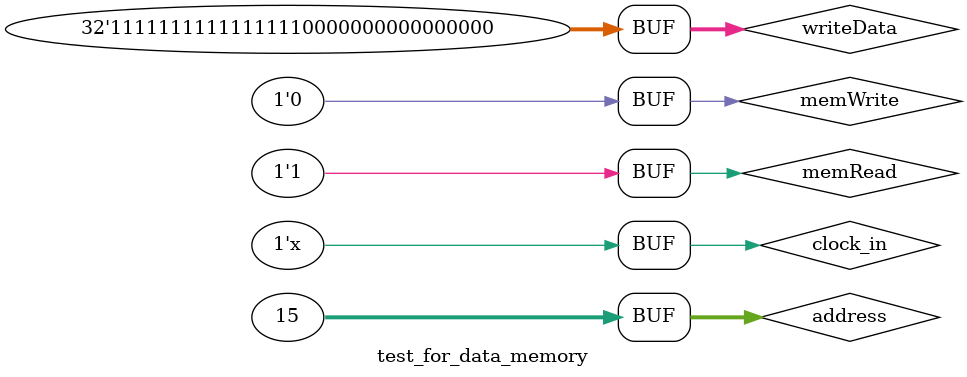
<source format=v>
`timescale 1ns / 1ps


module test_for_data_memory;

	// Inputs
	reg clock_in;
	reg [31:0] address;
	reg [31:0] writeData;
	reg memWrite;
	reg memRead;

	// Outputs
	wire [31:0] readData;

	// Instantiate the Unit Under Test (UUT)
	data_memory uut (
		.clock_in(clock_in), 
		.address(address), 
		.writeData(writeData), 
		.memWrite(memWrite), 
		.memRead(memRead), 
		.readData(readData)
	);

	always #100 clock_in = ~clock_in;
	initial begin
		// Initialize Inputs
		#100;
		clock_in = 0;
		address = 0;
		writeData = 0;
		memWrite = 0;
		memRead = 0;
        
		// Add stimulus here
		#85;
		memWrite = 1'b1;
		address = 32'b00000000000000000000000000001111;
		writeData = 32'b11111111111111110000000000000000;
		
		#250;
		memRead = 1'b1;
		memWrite = 1'b0;

	end
      
endmodule


</source>
